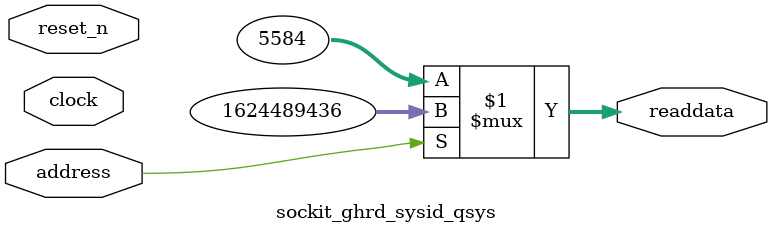
<source format=v>



// synthesis translate_off
`timescale 1ns / 1ps
// synthesis translate_on

// turn off superfluous verilog processor warnings 
// altera message_level Level1 
// altera message_off 10034 10035 10036 10037 10230 10240 10030 

module sockit_ghrd_sysid_qsys (
               // inputs:
                address,
                clock,
                reset_n,

               // outputs:
                readdata
             )
;

  output  [ 31: 0] readdata;
  input            address;
  input            clock;
  input            reset_n;

  wire    [ 31: 0] readdata;
  //control_slave, which is an e_avalon_slave
  assign readdata = address ? 1624489436 : 5584;

endmodule



</source>
